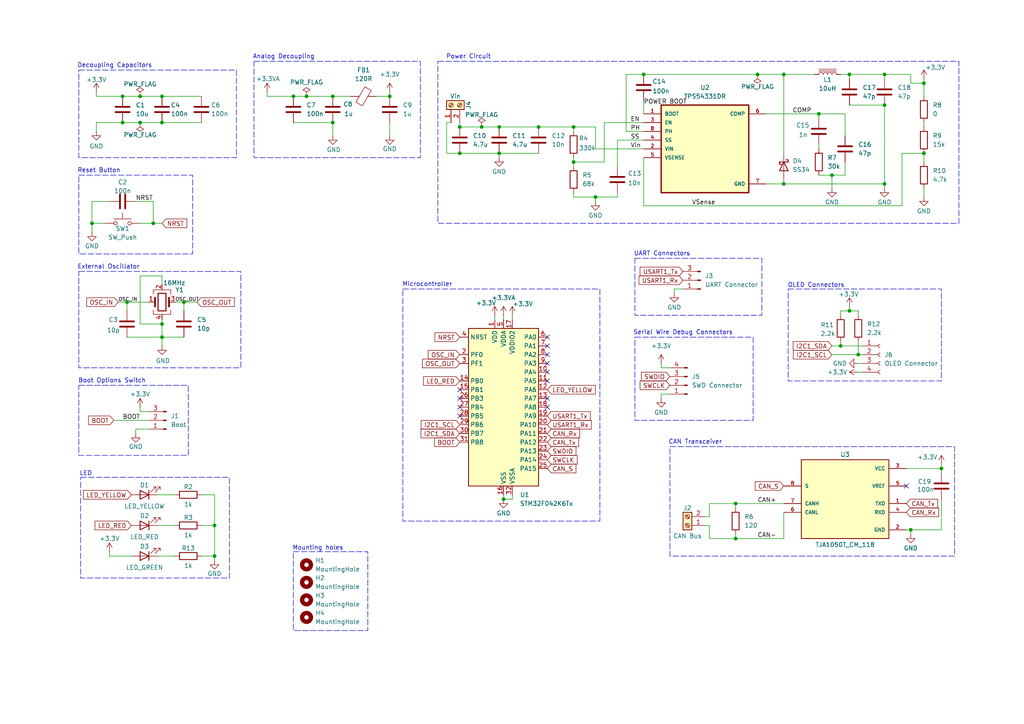
<source format=kicad_sch>
(kicad_sch (version 20231120) (generator "eeschema") (generator_version "8.0")
  (paper "A4")
  (title_block (title "Monitor Schematic") (date "10/30/2024") (company "Ho Chi Minh City University of Techonology"))
  (lib_symbols
    (symbol "Connector:Conn_01x03_Pin" (pin_names (offset 1.016) hide)
      (property "Reference" "J" (at 0 5.08 0))
      (property "Value" "Conn_01x03_Pin" (at 0 -5.08 0))
      (symbol "Conn_01x03_Pin_1_1"
        (pin passive line (at 5.08 2.54 180) (length 3.81) (name "Pin_1") (number "1"))
        (pin passive line (at 5.08 0 180) (length 3.81) (name "Pin_2") (number "2"))
        (pin passive line (at 5.08 -2.54 180) (length 3.81) (name "Pin_3") (number "3"))
      )
    )
    (symbol "Connector:Conn_01x04_Pin" (pin_names (offset 1.016) hide)
      (property "Reference" "J" (at 0 5.08 0))
      (property "Value" "Conn_01x04_Pin" (at 0 -7.62 0))
      (symbol "Conn_01x04_Pin_1_1"
        (pin passive line (at 5.08 2.54 180) (length 3.81) (name "Pin_1") (number "1"))
        (pin passive line (at 5.08 0 180) (length 3.81) (name "Pin_2") (number "2"))
        (pin passive line (at 5.08 -2.54 180) (length 3.81) (name "Pin_3") (number "3"))
        (pin passive line (at 5.08 -5.08 180) (length 3.81) (name "Pin_4") (number "4"))
      )
    )
    (symbol "Connector:Conn_01x04_Socket" (pin_names (offset 1.016) hide)
      (property "Reference" "J" (at 0 5.08 0))
      (property "Value" "Conn_01x04_Socket" (at 0 -7.62 0))
      (symbol "Conn_01x04_Socket_1_1"
        (pin passive line (at -5.08 2.54 0) (length 3.81) (name "Pin_1") (number "1"))
        (pin passive line (at -5.08 0 0) (length 3.81) (name "Pin_2") (number "2"))
        (pin passive line (at -5.08 -2.54 0) (length 3.81) (name "Pin_3") (number "3"))
        (pin passive line (at -5.08 -5.08 0) (length 3.81) (name "Pin_4") (number "4"))
      )
    )
    (symbol "Connector:Screw_Terminal_01x02" (pin_names (offset 1.016) hide)
      (property "Reference" "J" (at 0 2.54 0))
      (property "Value" "Screw_Terminal_01x02" (at 0 -5.08 0))
      (symbol "Screw_Terminal_01x02_1_1"
        (pin passive line (at -5.08 0 0) (length 3.81) (name "Pin_1") (number "1"))
        (pin passive line (at -5.08 -2.54 0) (length 3.81) (name "Pin_2") (number "2"))
      )
    )
    (symbol "Device:C" (pin_numbers hide) (pin_names (offset 0.254))
      (property "Reference" "C" (at 0.635 2.54 0))
      (property "Value" "C" (at 0.635 -2.54 0))
      (symbol "C_1_1"
        (pin passive line (at 0 3.81 270) (length 2.794) (name "~") (number "1"))
        (pin passive line (at 0 -3.81 90) (length 2.794) (name "~") (number "2"))
      )
    )
    (symbol "Device:Crystal_GND24" (pin_names (offset 1.016) hide)
      (property "Reference" "Y" (at 3.175 5.08 0))
      (property "Value" "Crystal_GND24" (at 3.175 3.175 0))
      (symbol "Crystal_GND24_1_1"
        (pin passive line (at -3.81 0 0) (length 1.27) (name "1") (number "1"))
        (pin passive line (at 0 5.08 270) (length 1.27) (name "2") (number "2"))
        (pin passive line (at 3.81 0 180) (length 1.27) (name "3") (number "3"))
        (pin passive line (at 0 -5.08 90) (length 1.27) (name "4") (number "4"))
      )
    )
    (symbol "Device:FerriteBead" (pin_numbers hide) (pin_names (offset 0))
      (property "Reference" "FB" (at -3.81 0.635 90))
      (property "Value" "FerriteBead" (at 3.81 0 90))
      (symbol "FerriteBead_1_1"
        (pin passive line (at 0 3.81 270) (length 2.54) (name "~") (number "1"))
        (pin passive line (at 0 -3.81 90) (length 2.54) (name "~") (number "2"))
      )
    )
    (symbol "Device:LED" (pin_numbers hide) (pin_names (offset 1.016) hide)
      (property "Reference" "D" (at 0 2.54 0))
      (property "Value" "LED" (at 0 -2.54 0))
      (symbol "LED_1_1"
        (pin passive line (at -3.81 0 0) (length 2.54) (name "K") (number "1"))
        (pin passive line (at 3.81 0 180) (length 2.54) (name "A") (number "2"))
      )
    )
    (symbol "Device:L_Iron" (pin_numbers hide) (pin_names (offset 1.016) hide)
      (property "Reference" "L" (at -1.27 0 90))
      (property "Value" "L_Iron" (at 2.794 0 90))
      (symbol "L_Iron_1_1"
        (pin passive line (at 0 3.81 270) (length 1.27) (name "1") (number "1"))
        (pin passive line (at 0 -3.81 90) (length 1.27) (name "2") (number "2"))
      )
    )
    (symbol "Device:R" (pin_numbers hide) (pin_names (offset 0))
      (property "Reference" "R" (at 2.032 0 90))
      (property "Value" "R" (at 0 0 90))
      (symbol "R_1_1"
        (pin passive line (at 0 3.81 270) (length 1.27) (name "~") (number "1"))
        (pin passive line (at 0 -3.81 90) (length 1.27) (name "~") (number "2"))
      )
    )
    (symbol "Diode:SS34" (pin_numbers hide) (pin_names (offset 1.016) hide)
      (property "Reference" "D" (at 0 2.54 0))
      (property "Value" "SS34" (at 0 -2.54 0))
      (symbol "SS34_1_1"
        (pin passive line (at -3.81 0 0) (length 2.54) (name "K") (number "1"))
        (pin passive line (at 3.81 0 180) (length 2.54) (name "A") (number "2"))
      )
    )
    (symbol "MCU_ST_STM32F0:STM32F042K6Tx"
      (property "Reference" "U" (at -10.16 24.13 0))
      (property "Value" "STM32F042K6Tx" (at 5.08 24.13 0))
      (symbol "STM32F042K6Tx_1_1"
        (pin power_in line (at -2.54 25.4 270) (length 2.54) (name "VDD") (number "1"))
        (pin bidirectional line (at 12.7 10.16 180) (length 2.54) (name "PA4") (number "10"))
        (pin bidirectional line (at 12.7 7.62 180) (length 2.54) (name "PA5") (number "11"))
        (pin bidirectional line (at 12.7 5.08 180) (length 2.54) (name "PA6") (number "12"))
        (pin bidirectional line (at 12.7 2.54 180) (length 2.54) (name "PA7") (number "13"))
        (pin bidirectional line (at -12.7 7.62 0) (length 2.54) (name "PB0") (number "14"))
        (pin bidirectional line (at -12.7 5.08 0) (length 2.54) (name "PB1") (number "15"))
        (pin power_in line (at 0 -25.4 90) (length 2.54) (name "VSS") (number "16"))
        (pin power_in line (at 2.54 25.4 270) (length 2.54) (name "VDDIO2") (number "17"))
        (pin bidirectional line (at 12.7 0 180) (length 2.54) (name "PA8") (number "18"))
        (pin bidirectional line (at 12.7 -2.54 180) (length 2.54) (name "PA9") (number "19"))
        (pin bidirectional line (at -12.7 15.24 0) (length 2.54) (name "PF0") (number "2"))
        (pin bidirectional line (at 12.7 -5.08 180) (length 2.54) (name "PA10") (number "20"))
        (pin bidirectional line (at 12.7 -7.62 180) (length 2.54) (name "PA11") (number "21"))
        (pin bidirectional line (at 12.7 -10.16 180) (length 2.54) (name "PA12") (number "22"))
        (pin bidirectional line (at 12.7 -12.7 180) (length 2.54) (name "PA13") (number "23"))
        (pin bidirectional line (at 12.7 -15.24 180) (length 2.54) (name "PA14") (number "24"))
        (pin bidirectional line (at 12.7 -17.78 180) (length 2.54) (name "PA15") (number "25"))
        (pin bidirectional line (at -12.7 2.54 0) (length 2.54) (name "PB3") (number "26"))
        (pin bidirectional line (at -12.7 0 0) (length 2.54) (name "PB4") (number "27"))
        (pin bidirectional line (at -12.7 -2.54 0) (length 2.54) (name "PB5") (number "28"))
        (pin bidirectional line (at -12.7 -5.08 0) (length 2.54) (name "PB6") (number "29"))
        (pin bidirectional line (at -12.7 12.7 0) (length 2.54) (name "PF1") (number "3"))
        (pin bidirectional line (at -12.7 -7.62 0) (length 2.54) (name "PB7") (number "30"))
        (pin bidirectional line (at -12.7 -10.16 0) (length 2.54) (name "PB8") (number "31"))
        (pin power_in line (at 2.54 -25.4 90) (length 2.54) (name "VSSA") (number "32"))
        (pin input line (at -12.7 20.32 0) (length 2.54) (name "NRST") (number "4"))
        (pin power_in line (at 0 25.4 270) (length 2.54) (name "VDDA") (number "5"))
        (pin bidirectional line (at 12.7 20.32 180) (length 2.54) (name "PA0") (number "6"))
        (pin bidirectional line (at 12.7 17.78 180) (length 2.54) (name "PA1") (number "7"))
        (pin bidirectional line (at 12.7 15.24 180) (length 2.54) (name "PA2") (number "8"))
        (pin bidirectional line (at 12.7 12.7 180) (length 2.54) (name "PA3") (number "9"))
      )
    )
    (symbol "Mechanical:MountingHole" (pin_names (offset 1.016)) (exclude_from_sim yes) (in_bom no)
      (property "Reference" "H" (at 0 5.08 0))
      (property "Value" "MountingHole" (at 0 3.175 0))
    )
    (symbol "Switch:SW_Push" (pin_numbers hide) (pin_names (offset 1.016) hide)
      (property "Reference" "SW" (at 1.27 2.54 0))
      (property "Value" "SW_Push" (at 0 -1.524 0))
      (symbol "SW_Push_0_1"
        (pin passive line (at -5.08 0 0) (length 2.54) (name "1") (number "1"))
        (pin passive line (at 5.08 0 180) (length 2.54) (name "2") (number "2"))
      )
    )
    (symbol "TJA1050T_CM_118:TJA1050T_CM_118" (pin_names (offset 1.016))
      (property "Reference" "U" (at -12.7 11.049 0))
      (property "Value" "TJA1050T_CM_118" (at -12.7 -15.24 0))
      (symbol "TJA1050T_CM_118_0_0"
        (pin input line (at 17.78 -2.54 180) (length 5.08) (name "TXD") (number "1"))
        (pin power_in line (at 17.78 -10.16 180) (length 5.08) (name "GND") (number "2"))
        (pin power_in line (at 17.78 7.62 180) (length 5.08) (name "VCC") (number "3"))
        (pin output line (at 17.78 -5.08 180) (length 5.08) (name "RXD") (number "4"))
        (pin output line (at 17.78 2.54 180) (length 5.08) (name "VREF") (number "5"))
        (pin bidirectional line (at -17.78 -5.08 0) (length 5.08) (name "CANL") (number "6"))
        (pin bidirectional line (at -17.78 -2.54 0) (length 5.08) (name "CANH") (number "7"))
        (pin input line (at -17.78 2.54 0) (length 5.08) (name "S") (number "8"))
      )
    )
    (symbol "TPS54331DR:TPS54331DR" (pin_names (offset 1.016))
      (property "Reference" "U" (at -12.7 13.7 0))
      (property "Value" "TPS54331DR" (at -12.7 -16.7 0))
      (symbol "TPS54331DR_0_0"
        (pin input line (at -17.78 10.16 0) (length 5.08) (name "BOOT") (number "1"))
        (pin input line (at -17.78 0 0) (length 5.08) (name "VIN") (number "2"))
        (pin input line (at -17.78 7.62 0) (length 5.08) (name "EN") (number "3"))
        (pin input line (at -17.78 2.54 0) (length 5.08) (name "SS") (number "4"))
        (pin input line (at -17.78 -2.54 0) (length 5.08) (name "VSENSE") (number "5"))
        (pin output line (at 17.78 10.16 180) (length 5.08) (name "COMP") (number "6"))
        (pin power_in line (at 17.78 -10.16 180) (length 5.08) (name "GND") (number "7"))
        (pin input line (at -17.78 5.08 0) (length 5.08) (name "PH") (number "8"))
      )
    )
    (symbol "power:+3.3V" (power) (pin_numbers hide) (pin_names (offset 0) hide)
      (property "Value" "+3.3V" (at 0 3.556 0))
      (symbol "+3.3V_1_1"
        (pin power_in line (at 0 0 90) (length 0) (name "~") (number "1"))
      )
    )
    (symbol "power:+3.3VA" (power) (pin_numbers hide) (pin_names (offset 0) hide)
      (property "Value" "+3.3VA" (at 0 3.556 0))
      (symbol "+3.3VA_1_1"
        (pin power_in line (at 0 0 90) (length 0) (name "~") (number "1"))
      )
    )
    (symbol "power:GND" (power) (pin_numbers hide) (pin_names (offset 0) hide)
      (property "Value" "GND" (at 0 -3.81 0))
      (symbol "GND_1_1"
        (pin power_in line (at 0 0 270) (length 0) (name "~") (number "1"))
      )
    )
    (symbol "power:PWR_FLAG" (power) (pin_numbers hide) (pin_names (offset 0) hide)
      (property "Value" "PWR_FLAG" (at 0 3.81 0))
      (symbol "PWR_FLAG_0_0"
        (pin power_out line (at 0 0 90) (length 0) (name "~") (number "1"))
      )
    )
  )
  (junction (at 256.54 53.34))
  (junction (at 46.99 35.56))
  (junction (at 219.71 21.59))
  (junction (at 256.54 30.48))
  (junction (at 248.92 102.87))
  (junction (at 96.52 27.94))
  (junction (at 267.97 44.45))
  (junction (at 40.64 35.56))
  (junction (at 156.21 36.83))
  (junction (at 36.83 87.63))
  (junction (at 246.38 21.59))
  (junction (at 267.97 24.13))
  (junction (at 26.67 64.77))
  (junction (at 227.33 53.34))
  (junction (at 237.49 33.02))
  (junction (at 133.35 44.45))
  (junction (at 256.54 21.59))
  (junction (at 213.36 156.21))
  (junction (at 46.99 97.79))
  (junction (at 146.05 144.78))
  (junction (at 62.23 152.4))
  (junction (at 46.99 27.94))
  (junction (at 35.56 35.56))
  (junction (at 241.3 50.8))
  (junction (at 96.52 35.56))
  (junction (at 46.99 93.98))
  (junction (at 144.78 44.45))
  (junction (at 53.34 87.63))
  (junction (at 166.37 46.99))
  (junction (at 186.69 21.59))
  (junction (at 113.03 27.94))
  (junction (at 88.9 27.94))
  (junction (at 172.72 57.15))
  (junction (at 44.45 64.77))
  (junction (at 133.35 36.83))
  (junction (at 264.16 153.67))
  (junction (at 243.84 100.33))
  (junction (at 227.33 21.59))
  (junction (at 166.37 36.83))
  (junction (at 246.38 90.17))
  (junction (at 85.09 27.94))
  (junction (at 35.56 27.94))
  (junction (at 273.05 135.89))
  (junction (at 213.36 146.05))
  (junction (at 139.7 36.83))
  (junction (at 62.23 161.29))
  (junction (at 40.64 27.94))
  (junction (at 144.78 36.83))
  (no_connect (at 158.75 102.87))
  (no_connect (at 158.75 105.41))
  (no_connect (at 133.35 120.65))
  (no_connect (at 158.75 110.49))
  (no_connect (at 262.89 140.97))
  (no_connect (at 158.75 97.79))
  (no_connect (at 133.35 113.03))
  (no_connect (at 158.75 118.11))
  (no_connect (at 158.75 115.57))
  (no_connect (at 133.35 118.11))
  (no_connect (at 158.75 107.95))
  (no_connect (at 133.35 115.57))
  (no_connect (at 158.75 100.33))
  (wire (pts (xy 58.42 161.29) (xy 62.23 161.29)))
  (wire (pts (xy 246.38 88.9) (xy 246.38 90.17)))
  (wire (pts (xy 77.47 27.94) (xy 85.09 27.94)))
  (wire (pts (xy 45.72 143.51) (xy 50.8 143.51)))
  (wire (pts (xy 267.97 22.86) (xy 267.97 24.13)))
  (wire (pts (xy 227.33 53.34) (xy 256.54 53.34)))
  (wire (pts (xy 46.99 97.79) (xy 46.99 100.33)))
  (wire (pts (xy 205.74 146.05) (xy 213.36 146.05)))
  (wire (pts (xy 256.54 21.59) (xy 264.16 21.59)))
  (wire (pts (xy 250.19 102.87) (xy 248.92 102.87)))
  (wire (pts (xy 186.69 21.59) (xy 219.71 21.59)))
  (wire (pts (xy 256.54 53.34) (xy 256.54 54.61)))
  (wire (pts (xy 62.23 143.51) (xy 62.23 152.4)))
  (wire (pts (xy 39.37 124.46) (xy 39.37 125.73)))
  (wire (pts (xy 248.92 107.95) (xy 250.19 107.95)))
  (wire (pts (xy 31.75 160.02) (xy 31.75 161.29)))
  (wire (pts (xy 256.54 30.48) (xy 256.54 53.34)))
  (wire (pts (xy 53.34 87.63) (xy 57.15 87.63)))
  (wire (pts (xy 245.11 33.02) (xy 245.11 39.37)))
  (wire (pts (xy 144.78 44.45) (xy 144.78 45.72)))
  (wire (pts (xy 273.05 135.89) (xy 273.05 137.16)))
  (wire (pts (xy 85.09 35.56) (xy 96.52 35.56)))
  (wire (pts (xy 243.84 21.59) (xy 246.38 21.59)))
  (wire (pts (xy 273.05 153.67) (xy 264.16 153.67)))
  (wire (pts (xy 219.71 21.59) (xy 227.33 21.59)))
  (wire (pts (xy 246.38 30.48) (xy 256.54 30.48)))
  (wire (pts (xy 46.99 35.56) (xy 58.42 35.56)))
  (wire (pts (xy 248.92 99.06) (xy 248.92 102.87)))
  (wire (pts (xy 53.34 87.63) (xy 53.34 90.17)))
  (wire (pts (xy 205.74 149.86) (xy 204.47 149.86)))
  (wire (pts (xy 241.3 50.8) (xy 241.3 54.61)))
  (wire (pts (xy 146.05 143.51) (xy 146.05 144.78)))
  (wire (pts (xy 245.11 50.8) (xy 241.3 50.8)))
  (wire (pts (xy 243.84 90.17) (xy 243.84 91.44)))
  (wire (pts (xy 139.7 36.83) (xy 144.78 36.83)))
  (wire (pts (xy 113.03 26.67) (xy 113.03 27.94)))
  (wire (pts (xy 133.35 35.56) (xy 133.35 36.83)))
  (wire (pts (xy 172.72 36.83) (xy 166.37 36.83)))
  (wire (pts (xy 36.83 97.79) (xy 46.99 97.79)))
  (wire (pts (xy 227.33 148.59) (xy 227.33 156.21)))
  (wire (pts (xy 191.77 106.68) (xy 194.31 106.68)))
  (wire (pts (xy 227.33 21.59) (xy 227.33 44.45)))
  (wire (pts (xy 62.23 161.29) (xy 62.23 162.56)))
  (wire (pts (xy 213.36 156.21) (xy 213.36 154.94)))
  (wire (pts (xy 27.94 26.67) (xy 27.94 27.94)))
  (wire (pts (xy 237.49 34.29) (xy 237.49 33.02)))
  (wire (pts (xy 143.51 91.44) (xy 143.51 92.71)))
  (wire (pts (xy 213.36 156.21) (xy 227.33 156.21)))
  (wire (pts (xy 256.54 22.86) (xy 256.54 21.59)))
  (wire (pts (xy 246.38 21.59) (xy 246.38 22.86)))
  (wire (pts (xy 186.69 35.56) (xy 175.26 35.56)))
  (wire (pts (xy 267.97 24.13) (xy 267.97 27.94)))
  (wire (pts (xy 166.37 38.1) (xy 166.37 36.83)))
  (wire (pts (xy 27.94 38.1) (xy 27.94 35.56)))
  (wire (pts (xy 172.72 57.15) (xy 172.72 58.42)))
  (wire (pts (xy 45.72 161.29) (xy 50.8 161.29)))
  (wire (pts (xy 45.72 152.4) (xy 50.8 152.4)))
  (wire (pts (xy 144.78 44.45) (xy 156.21 44.45)))
  (wire (pts (xy 181.61 38.1) (xy 181.61 21.59)))
  (wire (pts (xy 213.36 147.32) (xy 213.36 146.05)))
  (wire (pts (xy 62.23 152.4) (xy 62.23 161.29)))
  (wire (pts (xy 246.38 21.59) (xy 256.54 21.59)))
  (wire (pts (xy 27.94 27.94) (xy 35.56 27.94)))
  (wire (pts (xy 58.42 143.51) (xy 62.23 143.51)))
  (wire (pts (xy 172.72 57.15) (xy 179.07 57.15)))
  (wire (pts (xy 148.59 143.51) (xy 148.59 144.78)))
  (wire (pts (xy 267.97 44.45) (xy 267.97 46.99)))
  (wire (pts (xy 186.69 29.21) (xy 186.69 33.02)))
  (wire (pts (xy 40.64 64.77) (xy 44.45 64.77)))
  (wire (pts (xy 181.61 21.59) (xy 186.69 21.59)))
  (wire (pts (xy 166.37 46.99) (xy 166.37 48.26)))
  (wire (pts (xy 40.64 80.01) (xy 40.64 93.98)))
  (wire (pts (xy 46.99 93.98) (xy 46.99 92.71)))
  (wire (pts (xy 44.45 64.77) (xy 46.99 64.77)))
  (wire (pts (xy 264.16 24.13) (xy 267.97 24.13)))
  (wire (pts (xy 166.37 45.72) (xy 166.37 46.99)))
  (wire (pts (xy 166.37 57.15) (xy 172.72 57.15)))
  (wire (pts (xy 243.84 90.17) (xy 246.38 90.17)))
  (wire (pts (xy 27.94 35.56) (xy 35.56 35.56)))
  (wire (pts (xy 179.07 57.15) (xy 179.07 55.88)))
  (wire (pts (xy 186.69 59.69) (xy 261.62 59.69)))
  (wire (pts (xy 46.99 27.94) (xy 58.42 27.94)))
  (wire (pts (xy 46.99 80.01) (xy 40.64 80.01)))
  (wire (pts (xy 205.74 152.4) (xy 204.47 152.4)))
  (wire (pts (xy 273.05 134.62) (xy 273.05 135.89)))
  (wire (pts (xy 194.31 114.3) (xy 191.77 114.3)))
  (wire (pts (xy 44.45 58.42) (xy 44.45 64.77)))
  (wire (pts (xy 96.52 35.56) (xy 96.52 39.37)))
  (wire (pts (xy 175.26 35.56) (xy 175.26 46.99)))
  (wire (pts (xy 172.72 43.18) (xy 172.72 36.83)))
  (wire (pts (xy 31.75 58.42) (xy 26.67 58.42)))
  (wire (pts (xy 166.37 46.99) (xy 175.26 46.99)))
  (wire (pts (xy 40.64 119.38) (xy 43.18 119.38)))
  (wire (pts (xy 227.33 53.34) (xy 227.33 52.07)))
  (wire (pts (xy 96.52 27.94) (xy 101.6 27.94)))
  (wire (pts (xy 273.05 144.78) (xy 273.05 153.67)))
  (wire (pts (xy 113.03 35.56) (xy 113.03 39.37)))
  (wire (pts (xy 26.67 64.77) (xy 26.67 67.31)))
  (wire (pts (xy 245.11 46.99) (xy 245.11 50.8)))
  (wire (pts (xy 77.47 26.67) (xy 77.47 27.94)))
  (wire (pts (xy 248.92 90.17) (xy 248.92 91.44)))
  (wire (pts (xy 205.74 149.86) (xy 205.74 146.05)))
  (wire (pts (xy 262.89 135.89) (xy 273.05 135.89)))
  (wire (pts (xy 179.07 40.64) (xy 186.69 40.64)))
  (wire (pts (xy 205.74 152.4) (xy 205.74 156.21)))
  (wire (pts (xy 133.35 36.83) (xy 139.7 36.83)))
  (wire (pts (xy 186.69 43.18) (xy 172.72 43.18)))
  (wire (pts (xy 109.22 27.94) (xy 113.03 27.94)))
  (wire (pts (xy 146.05 91.44) (xy 146.05 92.71)))
  (wire (pts (xy 222.25 33.02) (xy 237.49 33.02)))
  (wire (pts (xy 148.59 144.78) (xy 146.05 144.78)))
  (wire (pts (xy 40.64 93.98) (xy 46.99 93.98)))
  (wire (pts (xy 33.02 121.92) (xy 43.18 121.92)))
  (wire (pts (xy 205.74 156.21) (xy 213.36 156.21)))
  (wire (pts (xy 198.12 83.82) (xy 195.58 83.82)))
  (wire (pts (xy 133.35 44.45) (xy 144.78 44.45)))
  (wire (pts (xy 179.07 40.64) (xy 179.07 48.26)))
  (wire (pts (xy 46.99 82.55) (xy 46.99 80.01)))
  (wire (pts (xy 261.62 59.69) (xy 261.62 44.45)))
  (wire (pts (xy 267.97 54.61) (xy 267.97 57.15)))
  (wire (pts (xy 250.19 100.33) (xy 243.84 100.33)))
  (wire (pts (xy 26.67 58.42) (xy 26.67 64.77)))
  (wire (pts (xy 191.77 114.3) (xy 191.77 115.57)))
  (wire (pts (xy 243.84 99.06) (xy 243.84 100.33)))
  (wire (pts (xy 35.56 27.94) (xy 40.64 27.94)))
  (wire (pts (xy 129.54 35.56) (xy 129.54 44.45)))
  (wire (pts (xy 237.49 33.02) (xy 245.11 33.02)))
  (wire (pts (xy 191.77 105.41) (xy 191.77 106.68)))
  (wire (pts (xy 50.8 87.63) (xy 53.34 87.63)))
  (wire (pts (xy 36.83 87.63) (xy 36.83 90.17)))
  (wire (pts (xy 40.64 118.11) (xy 40.64 119.38)))
  (wire (pts (xy 264.16 21.59) (xy 264.16 24.13)))
  (wire (pts (xy 241.3 50.8) (xy 237.49 50.8)))
  (wire (pts (xy 46.99 93.98) (xy 46.99 97.79)))
  (wire (pts (xy 181.61 38.1) (xy 186.69 38.1)))
  (wire (pts (xy 31.75 161.29) (xy 38.1 161.29)))
  (wire (pts (xy 35.56 35.56) (xy 40.64 35.56)))
  (wire (pts (xy 243.84 100.33) (xy 241.3 100.33)))
  (wire (pts (xy 88.9 27.94) (xy 96.52 27.94)))
  (wire (pts (xy 36.83 87.63) (xy 43.18 87.63)))
  (wire (pts (xy 213.36 146.05) (xy 227.33 146.05)))
  (wire (pts (xy 156.21 36.83) (xy 166.37 36.83)))
  (wire (pts (xy 144.78 36.83) (xy 156.21 36.83)))
  (wire (pts (xy 43.18 124.46) (xy 39.37 124.46)))
  (wire (pts (xy 40.64 35.56) (xy 46.99 35.56)))
  (wire (pts (xy 261.62 44.45) (xy 267.97 44.45)))
  (wire (pts (xy 186.69 45.72) (xy 186.69 59.69)))
  (wire (pts (xy 246.38 90.17) (xy 248.92 90.17)))
  (wire (pts (xy 40.64 27.94) (xy 46.99 27.94)))
  (wire (pts (xy 148.59 91.44) (xy 148.59 92.71)))
  (wire (pts (xy 129.54 44.45) (xy 133.35 44.45)))
  (wire (pts (xy 46.99 97.79) (xy 53.34 97.79)))
  (wire (pts (xy 39.37 58.42) (xy 44.45 58.42)))
  (wire (pts (xy 237.49 41.91) (xy 237.49 43.18)))
  (wire (pts (xy 30.48 64.77) (xy 26.67 64.77)))
  (wire (pts (xy 264.16 153.67) (xy 264.16 154.94)))
  (wire (pts (xy 130.81 35.56) (xy 129.54 35.56)))
  (wire (pts (xy 58.42 152.4) (xy 62.23 152.4)))
  (wire (pts (xy 267.97 35.56) (xy 267.97 36.83)))
  (wire (pts (xy 227.33 21.59) (xy 236.22 21.59)))
  (wire (pts (xy 222.25 53.34) (xy 227.33 53.34)))
  (wire (pts (xy 248.92 102.87) (xy 241.3 102.87)))
  (wire (pts (xy 262.89 153.67) (xy 264.16 153.67)))
  (wire (pts (xy 85.09 27.94) (xy 88.9 27.94)))
  (wire (pts (xy 166.37 57.15) (xy 166.37 55.88)))
  (wire (pts (xy 34.29 87.63) (xy 36.83 87.63)))
  (wire (pts (xy 195.58 83.82) (xy 195.58 85.09)))
  (wire (pts (xy 248.92 105.41) (xy 250.19 105.41)))
  (rectangle (start 22.86 111.76) (end 54.61 132.08) (stroke (width 0) (type dash)))
  (rectangle (start 116.84 83.82) (end 173.99 151.13) (stroke (width 0) (type dash)))
  (rectangle (start 22.86 78.74) (end 69.85 106.68) (stroke (width 0) (type dash)))
  (rectangle (start 85.09 160.02) (end 106.68 182.88) (stroke (width 0) (type dash)))
  (rectangle (start 184.15 74.93) (end 220.98 91.44) (stroke (width 0) (type dash)))
  (rectangle (start 22.86 20.32) (end 68.58 45.72) (stroke (width 0) (type dash)))
  (rectangle (start 23.368 138.43) (end 66.548 167.64) (stroke (width 0) (type dash)))
  (rectangle (start 127 17.78) (end 278.13 64.77) (stroke (width 0) (type dash)))
  (rectangle (start 73.66 17.78) (end 121.92 45.72) (stroke (width 0) (type dash)))
  (rectangle (start 184.15 97.79) (end 218.44 121.92) (stroke (width 0) (type dash)))
  (rectangle (start 228.6 83.82) (end 273.05 110.49) (stroke (width 0) (type dash)))
  (rectangle (start 194.31 129.54) (end 276.86 161.29) (stroke (width 0) (type dash)))
  (rectangle (start 22.86 50.8) (end 55.88 73.66) (stroke (width 0) (type dash)))
  (text "Serial Wire Debug Connectors" (at 198.12 96.52 0) (effects (font (size 1.27 1.27))))
  (text "Mounting holes" (at 92.202 159.004 0) (effects (font (size 1.27 1.27))))
  (text "CAN Transceiver" (at 201.676 128.27 0) (effects (font (size 1.27 1.27))))
  (text "Decoupling Capacitors" (at 33.274 19.05 0) (effects (font (size 1.27 1.27))))
  (text "UART Connectors" (at 192.024 73.66 0) (effects (font (size 1.27 1.27))))
  (text "Microcontroller" (at 123.952 82.55 0) (effects (font (size 1.27 1.27))))
  (text "Boot Options Switch" (at 32.512 110.49 0) (effects (font (size 1.27 1.27))))
  (text "Power Circuit" (at 135.89 16.51 0) (effects (font (size 1.27 1.27))))
  (text "External Oscillator" (at 31.496 77.47 0) (effects (font (size 1.27 1.27))))
  (text "Reset Button" (at 28.702 49.53 0) (effects (font (size 1.27 1.27))))
  (text "OLED Connectors" (at 236.728 82.804 0) (effects (font (size 1.27 1.27))))
  (text "LED" (at 24.892 137.414 0) (effects (font (size 1.27 1.27))))
  (text "Analog Decoupling" (at 82.296 16.51 0) (effects (font (size 1.27 1.27))))
  (label "VSense" (at 200.66 59.69 0))
  (label "NRST" (at 39.37 58.42 0))
  (label "CAN+" (at 219.71 146.05 0))
  (label "BOOT" (at 40.64 121.92 180))
  (label "POWER BOOT" (at 186.69 30.48 0))
  (label "CAN-" (at 219.71 156.21 0))
  (label "EN" (at 182.88 35.56 0))
  (label "COMP" (at 229.87 33.02 0))
  (label "PH" (at 182.88 38.1 0))
  (label "OSC_IN" (at 34.29 87.63 0) (effects (font (size 1.016 1.016))))
  (label "Vin" (at 182.88 43.18 0))
  (label "OSC_OUT" (at 50.8 87.63 0) (effects (font (size 1.016 1.016))))
  (label "SS" (at 182.88 40.64 0))
  (global_label "SWCLK" (shape input) (at 158.75 133.35 0) (property "Intersheetrefs" "${INTERSHEET_REFS}" (effects (hide yes))))
  (global_label "I2C1_SCL" (shape input) (at 133.35 123.19 180) (property "Intersheetrefs" "${INTERSHEET_REFS}" (effects (hide yes))))
  (global_label "LED_YELLOW" (shape input) (at 38.1 143.51 180) (property "Intersheetrefs" "${INTERSHEET_REFS}" (effects (hide yes))))
  (global_label "OSC_OUT" (shape input) (at 57.15 87.63 0) (property "Intersheetrefs" "${INTERSHEET_REFS}" (effects (hide yes))))
  (global_label "LED_RED" (shape input) (at 38.1 152.4 180) (property "Intersheetrefs" "${INTERSHEET_REFS}" (effects (hide yes))))
  (global_label "BOOT" (shape input) (at 33.02 121.92 180) (property "Intersheetrefs" "${INTERSHEET_REFS}" (effects (hide yes))))
  (global_label "NRST" (shape input) (at 46.99 64.77 0) (property "Intersheetrefs" "${INTERSHEET_REFS}" (effects (hide yes))))
  (global_label "LED_RED" (shape input) (at 133.35 110.49 180) (property "Intersheetrefs" "${INTERSHEET_REFS}" (effects (hide yes))))
  (global_label "I2C1_SDA" (shape input) (at 241.3 100.33 180) (property "Intersheetrefs" "${INTERSHEET_REFS}" (effects (hide yes))))
  (global_label "SWDIO" (shape input) (at 158.75 130.81 0) (property "Intersheetrefs" "${INTERSHEET_REFS}" (effects (hide yes))))
  (global_label "CAN_Rx" (shape input) (at 158.75 125.73 0) (property "Intersheetrefs" "${INTERSHEET_REFS}" (effects (hide yes))))
  (global_label "OSC_IN" (shape input) (at 34.29 87.63 180) (property "Intersheetrefs" "${INTERSHEET_REFS}" (effects (hide yes))))
  (global_label "CAN_Tx" (shape input) (at 158.75 128.27 0) (property "Intersheetrefs" "${INTERSHEET_REFS}" (effects (hide yes))))
  (global_label "CAN_Rx" (shape input) (at 262.89 148.59 0) (property "Intersheetrefs" "${INTERSHEET_REFS}" (effects (hide yes))))
  (global_label "SWCLK" (shape input) (at 194.31 111.76 180) (property "Intersheetrefs" "${INTERSHEET_REFS}" (effects (hide yes))))
  (global_label "BOOT" (shape input) (at 133.35 128.27 180) (property "Intersheetrefs" "${INTERSHEET_REFS}" (effects (hide yes))))
  (global_label "USART1_Tx" (shape input) (at 198.12 78.74 180) (property "Intersheetrefs" "${INTERSHEET_REFS}" (effects (hide yes))))
  (global_label "CAN_Tx" (shape input) (at 262.89 146.05 0) (property "Intersheetrefs" "${INTERSHEET_REFS}" (effects (hide yes))))
  (global_label "I2C1_SDA" (shape input) (at 133.35 125.73 180) (property "Intersheetrefs" "${INTERSHEET_REFS}" (effects (hide yes))))
  (global_label "USART1_Rx" (shape input) (at 158.75 123.19 0) (property "Intersheetrefs" "${INTERSHEET_REFS}" (effects (hide yes))))
  (global_label "I2C1_SCL" (shape input) (at 241.3 102.87 180) (property "Intersheetrefs" "${INTERSHEET_REFS}" (effects (hide yes))))
  (global_label "OSC_IN" (shape input) (at 133.35 102.87 180) (property "Intersheetrefs" "${INTERSHEET_REFS}" (effects (hide yes))))
  (global_label "USART1_Rx" (shape input) (at 198.12 81.28 180) (property "Intersheetrefs" "${INTERSHEET_REFS}" (effects (hide yes))))
  (global_label "OSC_OUT" (shape input) (at 133.35 105.41 180) (property "Intersheetrefs" "${INTERSHEET_REFS}" (effects (hide yes))))
  (global_label "USART1_Tx" (shape input) (at 158.75 120.65 0) (property "Intersheetrefs" "${INTERSHEET_REFS}" (effects (hide yes))))
  (global_label "CAN_S" (shape input) (at 158.75 135.89 0) (property "Intersheetrefs" "${INTERSHEET_REFS}" (effects (hide yes))))
  (global_label "NRST" (shape input) (at 133.35 97.79 180) (property "Intersheetrefs" "${INTERSHEET_REFS}" (effects (hide yes))))
  (global_label "CAN_S" (shape input) (at 227.33 140.97 180) (property "Intersheetrefs" "${INTERSHEET_REFS}" (effects (hide yes))))
  (global_label "SWDIO" (shape input) (at 194.31 109.22 180) (property "Intersheetrefs" "${INTERSHEET_REFS}" (effects (hide yes))))
  (global_label "LED_YELLOW" (shape input) (at 158.75 113.03 0) (property "Intersheetrefs" "${INTERSHEET_REFS}" (effects (hide yes))))
  (symbol (lib_id "Device:R") (at 267.97 50.8 0) (unit 1)
    (property "Reference" "R10" (at 270.51 49.5299 0) (effects (justify left)))
    (property "Value" "4.7k" (at 270.51 52.0699 0) (effects (justify left)))
    (property "Footprint" "Resistor_SMD:R_0402_1005Metric" (effects (hide yes)))
    (property "Description" "Resistor" (effects (hide yes)))
  )
  (symbol (lib_id "power:GND") (at 39.37 125.73 0) (unit 1)
    (property "Reference" "#PWR05" (effects (hide yes)))
    (property "Value" "GND" (at 39.37 129.54 0))
    (property "Description" "Power symbol creates a global label with name \"GND\" , ground" (effects (hide yes)))
  )
  (symbol (lib_id "Device:C") (at 245.11 43.18 0) (unit 1)
    (property "Reference" "C16" (at 248.92 41.9099 0) (effects (justify left)))
    (property "Value" "47p" (at 248.92 44.4499 0) (effects (justify left)))
    (property "Footprint" "Capacitor_SMD:C_0402_1005Metric" (effects (hide yes)))
    (property "Description" "Unpolarized capacitor" (effects (hide yes)))
  )
  (symbol (lib_id "Device:L_Iron") (at 240.03 21.59 90) (unit 1)
    (property "Reference" "L1" (at 240.03 23.114 90))
    (property "Value" "10uH" (at 240.03 25.654 90))
    (property "Footprint" "Inductor_SMD:L_Sunlord_SWPA8040S" (effects (hide yes)))
    (property "Description" "Inductor with iron core" (effects (hide yes)))
  )
  (symbol (lib_id "power:GND") (at 26.67 67.31 0) (unit 1)
    (property "Reference" "#PWR01" (effects (hide yes)))
    (property "Value" "GND" (at 26.67 71.374 0))
    (property "Description" "Power symbol creates a global label with name \"GND\" , ground" (effects (hide yes)))
  )
  (symbol (lib_id "power:PWR_FLAG") (at 139.7 36.83 0) (unit 1)
    (property "Reference" "#FLG04" (effects (hide yes)))
    (property "Value" "PWR_FLAG" (at 139.7 33.274 0))
    (property "Description" "Special symbol for telling ERC where power comes from" (effects (hide yes)))
  )
  (symbol (lib_id "Device:C") (at 186.69 25.4 180) (unit 1)
    (property "Reference" "C14" (at 189.23 23.622 0) (effects (justify right)))
    (property "Value" "100n" (at 189.23 26.416 0) (effects (justify right)))
    (property "Footprint" "Capacitor_SMD:C_0402_1005Metric" (effects (hide yes)))
    (property "Description" "Unpolarized capacitor" (effects (hide yes)))
  )
  (symbol (lib_id "power:PWR_FLAG") (at 88.9 27.94 0) (unit 1)
    (property "Reference" "#FLG03" (effects (hide yes)))
    (property "Value" "PWR_FLAG" (at 88.9 23.876 0))
    (property "Description" "Special symbol for telling ERC where power comes from" (effects (hide yes)))
  )
  (symbol (lib_id "Device:C") (at 35.56 58.42 90) (unit 1)
    (property "Reference" "C2" (at 35.56 52.832 90))
    (property "Value" "100n" (at 35.56 55.372 90))
    (property "Footprint" "Capacitor_SMD:C_0402_1005Metric" (effects (hide yes)))
    (property "Description" "Unpolarized capacitor" (effects (hide yes)))
  )
  (symbol (lib_id "Device:C") (at 96.52 31.75 0) (unit 1)
    (property "Reference" "C8" (at 99.568 30.226 0) (effects (justify left)))
    (property "Value" "1u" (at 99.822 33.02 0) (effects (justify left)))
    (property "Footprint" "Capacitor_SMD:C_0402_1005Metric" (effects (hide yes)))
    (property "Description" "Unpolarized capacitor" (effects (hide yes)))
  )
  (symbol (lib_id "Switch:SW_Push") (at 35.56 64.77 0) (unit 1)
    (property "Reference" "SW1" (at 35.56 66.294 0))
    (property "Value" "SW_Push" (at 35.56 68.834 0))
    (property "Footprint" "Button_Switch_SMD:SW_SPST_TL3342" (effects (hide yes)))
    (property "Description" "Push button switch, generic, two pins" (effects (hide yes)))
  )
  (symbol (lib_id "Device:C") (at 85.09 31.75 0) (unit 1)
    (property "Reference" "C7" (at 88.9 30.4799 0) (effects (justify left)))
    (property "Value" "100n" (at 88.9 33.0199 0) (effects (justify left)))
    (property "Footprint" "Capacitor_SMD:C_0402_1005Metric" (effects (hide yes)))
    (property "Description" "Unpolarized capacitor" (effects (hide yes)))
  )
  (symbol (lib_id "Device:C") (at 237.49 38.1 0) (unit 1)
    (property "Reference" "C15" (at 230.886 36.322 0) (effects (justify left)))
    (property "Value" "1n" (at 231.648 39.116 0) (effects (justify left)))
    (property "Footprint" "Capacitor_SMD:C_0402_1005Metric" (effects (hide yes)))
    (property "Description" "Unpolarized capacitor" (effects (hide yes)))
  )
  (symbol (lib_id "Device:C") (at 144.78 40.64 0) (unit 1)
    (property "Reference" "C11" (at 148.59 39.3699 0) (effects (justify left)))
    (property "Value" "4.7u" (at 148.59 41.9099 0) (effects (justify left)))
    (property "Footprint" "Capacitor_SMD:C_0603_1608Metric" (effects (hide yes)))
    (property "Description" "Unpolarized capacitor" (effects (hide yes)))
  )
  (symbol (lib_id "Device:C") (at 113.03 31.75 0) (unit 1)
    (property "Reference" "C9" (at 116.84 30.4799 0) (effects (justify left)))
    (property "Value" "1u" (at 116.84 33.0199 0) (effects (justify left)))
    (property "Footprint" "Capacitor_SMD:C_0402_1005Metric" (effects (hide yes)))
    (property "Description" "Unpolarized capacitor" (effects (hide yes)))
  )
  (symbol (lib_id "Device:R") (at 267.97 31.75 0) (unit 1)
    (property "Reference" "R8" (at 270.51 30.4799 0) (effects (justify left)))
    (property "Value" "0" (at 270.51 33.0199 0) (effects (justify left)))
    (property "Footprint" "Resistor_SMD:R_0402_1005Metric" (effects (hide yes)))
    (property "Description" "Resistor" (effects (hide yes)))
  )
  (symbol (lib_id "Connector:Conn_01x03_Pin") (at 203.2 81.28 180) (unit 1)
    (property "Reference" "J3" (at 204.47 80.0099 0) (effects (justify right)))
    (property "Value" "UART Connector" (at 204.47 82.5499 0) (effects (justify right)))
    (property "Footprint" "Connector_PinHeader_2.54mm:PinHeader_1x03_P2.54mm_Vertical" (effects (hide yes)))
    (property "Description" "Generic connector, single row, 01x03, script generated" (effects (hide yes)))
  )
  (symbol (lib_id "Mechanical:MountingHole") (at 88.9 179.07 0) (unit 1) (exclude_from_sim yes) (in_bom no)
    (property "Reference" "H4" (at 91.44 177.7999 0) (effects (justify left)))
    (property "Value" "MountingHole" (at 91.44 180.3399 0) (effects (justify left)))
    (property "Footprint" "MountingHole:MountingHole_2.5mm" (effects (hide yes)))
    (property "Description" "Mounting Hole without connection" (effects (hide yes)))
  )
  (symbol (lib_id "Connector:Screw_Terminal_01x02") (at 199.39 152.4 180) (unit 1)
    (property "Reference" "J2" (at 199.39 147.32 0))
    (property "Value" "CAN Bus" (at 199.39 155.448 0))
    (property "Footprint" "TerminalBlock_Phoenix:TerminalBlock_Phoenix_MKDS-1,5-2-5.08_1x02_P5.08mm_Horizontal" (effects (hide yes)))
    (property "Description" "Generic screw terminal, single row, 01x02, script generated (kicad-library-utils/schlib/autogen/connector/)" (effects (hide yes)))
  )
  (symbol (lib_id "Diode:SS34") (at 227.33 48.26 270) (unit 1)
    (property "Reference" "D4" (at 229.87 46.6724 90) (effects (justify left)))
    (property "Value" "SS34" (at 229.87 49.2124 90) (effects (justify left)))
    (property "Footprint" "Diode_SMD:D_SMA" (effects (hide yes)))
    (property "Datasheet" "https://www.vishay.com/docs/88751/ss32.pdf" (effects (hide yes)))
    (property "Description" "40V 3A Schottky Diode, SMA" (effects (hide yes)))
  )
  (symbol (lib_id "Device:C") (at 256.54 26.67 0) (unit 1)
    (property "Reference" "C18" (at 260.35 25.3999 0) (effects (justify left)))
    (property "Value" "47p" (at 260.35 27.9399 0) (effects (justify left)))
    (property "Footprint" "Capacitor_SMD:C_0402_1005Metric" (effects (hide yes)))
    (property "Description" "Unpolarized capacitor" (effects (hide yes)))
  )
  (symbol (lib_id "Device:C") (at 46.99 31.75 0) (unit 1)
    (property "Reference" "C4" (at 49.53 30.48 0) (effects (justify left)))
    (property "Value" "100n" (at 49.53 33.02 0) (effects (justify left)))
    (property "Footprint" "Capacitor_SMD:C_0402_1005Metric" (effects (hide yes)))
    (property "Description" "Unpolarized capacitor" (effects (hide yes)))
  )
  (symbol (lib_id "Device:C") (at 179.07 52.07 0) (unit 1)
    (property "Reference" "C13" (at 182.118 50.292 0) (effects (justify left)))
    (property "Value" "10n" (at 182.118 53.086 0) (effects (justify left)))
    (property "Footprint" "Capacitor_SMD:C_0402_1005Metric" (effects (hide yes)))
    (property "Description" "Unpolarized capacitor" (effects (hide yes)))
  )
  (symbol (lib_id "Connector:Screw_Terminal_01x02") (at 130.81 30.48 90) (unit 1)
    (property "Reference" "J4" (at 135.89 30.48 0))
    (property "Value" "Vin" (at 132.08 27.94 90))
    (property "Footprint" "TerminalBlock_Phoenix:TerminalBlock_Phoenix_MKDS-1,5-2-5.08_1x02_P5.08mm_Horizontal" (effects (hide yes)))
    (property "Description" "Generic screw terminal, single row, 01x02, script generated (kicad-library-utils/schlib/autogen/connector/)" (effects (hide yes)))
  )
  (symbol (lib_id "Device:C") (at 58.42 31.75 0) (unit 1)
    (property "Reference" "C6" (at 61.214 30.48 0) (effects (justify left)))
    (property "Value" "100n" (at 61.214 33.02 0) (effects (justify left)))
    (property "Footprint" "Capacitor_SMD:C_0402_1005Metric" (effects (hide yes)))
    (property "Description" "Unpolarized capacitor" (effects (hide yes)))
  )
  (symbol (lib_id "power:+3.3V") (at 40.64 118.11 0) (unit 1)
    (property "Reference" "#PWR04" (effects (hide yes)))
    (property "Value" "+3.3V" (at 40.64 114.3 0))
    (property "Description" "Power symbol creates a global label with name \"+3.3V\"" (effects (hide yes)))
  )
  (symbol (lib_id "Device:R") (at 237.49 46.99 0) (unit 1)
    (property "Reference" "R7" (at 240.03 45.7199 0) (effects (justify left)))
    (property "Value" "30k" (at 240.03 48.2599 0) (effects (justify left)))
    (property "Footprint" "Resistor_SMD:R_0603_1608Metric" (effects (hide yes)))
    (property "Description" "Resistor" (effects (hide yes)))
  )
  (symbol (lib_id "power:GND") (at 241.3 54.61 0) (unit 1)
    (property "Reference" "#PWR024" (effects (hide yes)))
    (property "Value" "GND" (at 241.3 58.674 0))
    (property "Description" "Power symbol creates a global label with name \"GND\" , ground" (effects (hide yes)))
  )
  (symbol (lib_id "Device:FerriteBead") (at 105.41 27.94 270) (unit 1)
    (property "Reference" "FB1" (at 105.4608 20.32 90))
    (property "Value" "120R" (at 105.4608 22.86 90))
    (property "Footprint" "Inductor_SMD:L_0805_2012Metric" (effects (hide yes)))
    (property "Description" "Ferrite bead" (effects (hide yes)))
  )
  (symbol (lib_id "Device:C") (at 53.34 93.98 0) (unit 1)
    (property "Reference" "C5" (at 57.15 92.7099 0) (effects (justify left)))
    (property "Value" "10p" (at 57.15 95.2499 0) (effects (justify left)))
    (property "Footprint" "Capacitor_SMD:C_0402_1005Metric" (effects (hide yes)))
    (property "Description" "Unpolarized capacitor" (effects (hide yes)))
  )
  (symbol (lib_id "power:+3.3V") (at 191.77 105.41 0) (unit 1)
    (property "Reference" "#PWR019" (effects (hide yes)))
    (property "Value" "+3.3V" (at 191.77 100.33 0))
    (property "Description" "Power symbol creates a global label with name \"+3.3V\"" (effects (hide yes)))
  )
  (symbol (lib_id "power:+3.3V") (at 27.94 26.67 0) (unit 1)
    (property "Reference" "#PWR02" (effects (hide yes)))
    (property "Value" "+3.3V" (at 27.94 23.114 0))
    (property "Description" "Power symbol creates a global label with name \"+3.3V\"" (effects (hide yes)))
  )
  (symbol (lib_id "power:+3.3V") (at 267.97 22.86 0) (unit 1)
    (property "Reference" "#PWR027" (effects (hide yes)))
    (property "Value" "+3.3V" (at 271.272 19.558 0))
    (property "Description" "Power symbol creates a global label with name \"+3.3V\"" (effects (hide yes)))
  )
  (symbol (lib_id "power:+3.3V") (at 113.03 26.67 0) (unit 1)
    (property "Reference" "#PWR010" (effects (hide yes)))
    (property "Value" "+3.3V" (at 113.03 21.59 0))
    (property "Description" "Power symbol creates a global label with name \"+3.3V\"" (effects (hide yes)))
  )
  (symbol (lib_id "Device:R") (at 243.84 95.25 0) (unit 1)
    (property "Reference" "R11" (at 237.998 94.234 0) (effects (justify left)))
    (property "Value" "2.2k" (at 237.998 96.774 0) (effects (justify left)))
    (property "Footprint" "Resistor_SMD:R_0402_1005Metric" (effects (hide yes)))
    (property "Description" "Resistor" (effects (hide yes)))
  )
  (symbol (lib_id "power:PWR_FLAG") (at 40.64 35.56 180) (unit 1)
    (property "Reference" "#FLG02" (effects (hide yes)))
    (property "Value" "PWR_FLAG" (at 40.64 39.116 0))
    (property "Description" "Special symbol for telling ERC where power comes from" (effects (hide yes)))
  )
  (symbol (lib_id "Connector:Conn_01x04_Socket") (at 255.27 102.87 0) (unit 1)
    (property "Reference" "J6" (at 256.54 102.8699 0) (effects (justify left)))
    (property "Value" "OLED Connector" (at 256.54 105.4099 0) (effects (justify left)))
    (property "Footprint" "Connector_PinSocket_2.54mm:PinSocket_1x04_P2.54mm_Vertical" (effects (hide yes)))
    (property "Description" "Generic connector, single row, 01x04, script generated" (effects (hide yes)))
  )
  (symbol (lib_id "MCU_ST_STM32F0:STM32F042K6Tx") (at 146.05 118.11 0) (unit 1)
    (property "Reference" "U1" (at 150.7841 143.51 0) (effects (justify left)))
    (property "Value" "STM32F042K6Tx" (at 150.7841 146.05 0) (effects (justify left)))
    (property "Footprint" "Package_QFP:LQFP-32_7x7mm_P0.8mm" (effects (hide yes)))
    (property "Datasheet" "https://www.st.com/resource/en/datasheet/stm32f042k6.pdf" (effects (hide yes)))
    (property "Description" "STMicroelectronics Arm Cortex-M0 MCU, 32KB flash, 6KB RAM, 48 MHz, 2.0-3.6V, 26 GPIO, LQFP32" (effects (hide yes)))
  )
  (symbol (lib_id "Connector:Conn_01x03_Pin") (at 48.26 121.92 180) (unit 1)
    (property "Reference" "J1" (at 49.53 120.6499 0) (effects (justify right)))
    (property "Value" "Boot" (at 49.53 123.1899 0) (effects (justify right)))
    (property "Footprint" "Connector_PinHeader_2.54mm:PinHeader_1x03_P2.54mm_Vertical" (effects (hide yes)))
    (property "Description" "Generic connector, single row, 01x03, script generated" (effects (hide yes)))
  )
  (symbol (lib_id "Device:R") (at 213.36 151.13 0) (unit 1)
    (property "Reference" "R6" (at 215.9 149.8599 0) (effects (justify left)))
    (property "Value" "120" (at 215.9 152.3999 0) (effects (justify left)))
    (property "Footprint" "Resistor_SMD:R_0402_1005Metric" (effects (hide yes)))
    (property "Description" "Resistor" (effects (hide yes)))
  )
  (symbol (lib_id "power:GND") (at 248.92 105.41 270) (unit 1)
    (property "Reference" "#PWR022" (effects (hide yes)))
    (property "Value" "GND" (at 243.586 105.41 90))
    (property "Description" "Power symbol creates a global label with name \"GND\" , ground" (effects (hide yes)))
  )
  (symbol (lib_id "Device:LED") (at 41.91 152.4 180) (unit 1)
    (property "Reference" "D2" (at 41.91 149.606 0))
    (property "Value" "LED_RED" (at 41.91 155.702 0))
    (property "Footprint" "LED_SMD:LED_0603_1608Metric" (effects (hide yes)))
    (property "Description" "Light emitting diode" (effects (hide yes)))
  )
  (symbol (lib_id "power:+3.3V") (at 246.38 88.9 0) (unit 1)
    (property "Reference" "#PWR030" (effects (hide yes)))
    (property "Value" "+3.3V" (at 246.126 85.344 0))
    (property "Description" "Power symbol creates a global label with name \"+3.3V\"" (effects (hide yes)))
  )
  (symbol (lib_id "Device:R") (at 166.37 41.91 0) (unit 1)
    (property "Reference" "R4" (at 167.894 40.132 0) (effects (justify left)))
    (property "Value" "330k" (at 167.894 42.926 0) (effects (justify left)))
    (property "Footprint" "Resistor_SMD:R_0603_1608Metric" (effects (hide yes)))
    (property "Description" "Resistor" (effects (hide yes)))
  )
  (symbol (lib_id "TPS54331DR:TPS54331DR") (at 204.47 43.18 0) (unit 1)
    (property "Reference" "U2" (at 204.47 25.4 0))
    (property "Value" "TPS54331DR" (at 204.47 27.94 0))
    (property "Footprint" "Package_SO:SOIC127P599X175-8N" (effects (hide yes)))
    (property "MF" "Texas Instruments" (effects (hide yes)))
    (property "Description_1" "\n                        \n                            3.5V to 28V Input, 3A, 570kHz Step-Down Converter with Eco-mode\n                        \n" (effects (hide yes)))
    (property "Package" "SOIC-8 Texas Instruments" (effects (hide yes)))
    (property "Price" "None" (effects (hide yes)))
    (property "SnapEDA_Link" "https://www.snapeda.com/parts/TPS54331DR/Texas+Instruments/view-part/?ref=snap" (effects (hide yes)))
    (property "MP" "TPS54331DR" (effects (hide yes)))
    (property "Availability" "In Stock" (effects (hide yes)))
    (property "Check_prices" "https://www.snapeda.com/parts/TPS54331DR/Texas+Instruments/view-part/?ref=eda" (effects (hide yes)))
  )
  (symbol (lib_id "Device:R") (at 267.97 40.64 0) (unit 1)
    (property "Reference" "R9" (at 270.51 39.3699 0) (effects (justify left)))
    (property "Value" "15k" (at 270.51 41.9099 0) (effects (justify left)))
    (property "Footprint" "Resistor_SMD:R_0402_1005Metric" (effects (hide yes)))
    (property "Description" "Resistor" (effects (hide yes)))
  )
  (symbol (lib_id "power:GND") (at 264.16 154.94 0) (unit 1)
    (property "Reference" "#PWR026" (effects (hide yes)))
    (property "Value" "GND" (at 264.16 159.004 0))
    (property "Description" "Power symbol creates a global label with name \"GND\" , ground" (effects (hide yes)))
  )
  (symbol (lib_id "Device:C") (at 35.56 31.75 0) (unit 1)
    (property "Reference" "C1" (at 39.37 30.4799 0) (effects (justify left)))
    (property "Value" "10u" (at 39.37 33.0199 0) (effects (justify left)))
    (property "Footprint" "Capacitor_SMD:C_0603_1608Metric" (effects (hide yes)))
    (property "Description" "Unpolarized capacitor" (effects (hide yes)))
  )
  (symbol (lib_id "Device:C") (at 36.83 93.98 0) (unit 1)
    (property "Reference" "C3" (at 31.496 92.71 0) (effects (justify left)))
    (property "Value" "10p" (at 30.988 95.758 0) (effects (justify left)))
    (property "Footprint" "Capacitor_SMD:C_0402_1005Metric" (effects (hide yes)))
    (property "Description" "Unpolarized capacitor" (effects (hide yes)))
  )
  (symbol (lib_id "Mechanical:MountingHole") (at 88.9 163.83 0) (unit 1) (exclude_from_sim yes) (in_bom no)
    (property "Reference" "H1" (at 91.44 162.5599 0) (effects (justify left)))
    (property "Value" "MountingHole" (at 91.44 165.0999 0) (effects (justify left)))
    (property "Footprint" "MountingHole:MountingHole_2.5mm" (effects (hide yes)))
    (property "Description" "Mounting Hole without connection" (effects (hide yes)))
  )
  (symbol (lib_id "power:+3.3V") (at 148.59 91.44 0) (unit 1)
    (property "Reference" "#PWR017" (effects (hide yes)))
    (property "Value" "+3.3V" (at 151.638 88.138 0))
    (property "Description" "Power symbol creates a global label with name \"+3.3V\"" (effects (hide yes)))
  )
  (symbol (lib_id "power:GND") (at 172.72 58.42 0) (unit 1)
    (property "Reference" "#PWR018" (effects (hide yes)))
    (property "Value" "GND" (at 172.72 62.484 0))
    (property "Description" "Power symbol creates a global label with name \"GND\" , ground" (effects (hide yes)))
  )
  (symbol (lib_id "power:GND") (at 46.99 100.33 0) (unit 1)
    (property "Reference" "#PWR06" (effects (hide yes)))
    (property "Value" "GND" (at 47.244 104.648 0))
    (property "Description" "Power symbol creates a global label with name \"GND\" , ground" (effects (hide yes)))
  )
  (symbol (lib_id "Device:C") (at 133.35 40.64 0) (unit 1)
    (property "Reference" "C10" (at 137.16 39.3699 0) (effects (justify left)))
    (property "Value" "4.7u" (at 137.16 41.9099 0) (effects (justify left)))
    (property "Footprint" "Capacitor_SMD:C_0603_1608Metric" (effects (hide yes)))
    (property "Description" "Unpolarized capacitor" (effects (hide yes)))
  )
  (symbol (lib_id "Device:LED") (at 41.91 161.29 180) (unit 1)
    (property "Reference" "D3" (at 41.91 158.496 0))
    (property "Value" "LED_GREEN" (at 41.91 164.592 0))
    (property "Footprint" "LED_SMD:LED_0805_2012Metric" (effects (hide yes)))
    (property "Description" "Light emitting diode" (effects (hide yes)))
  )
  (symbol (lib_id "power:GND") (at 62.23 162.56 0) (unit 1)
    (property "Reference" "#PWR07" (effects (hide yes)))
    (property "Value" "GND" (at 62.23 166.37 0))
    (property "Description" "Power symbol creates a global label with name \"GND\" , ground" (effects (hide yes)))
  )
  (symbol (lib_id "power:PWR_FLAG") (at 219.71 21.59 180) (unit 1)
    (property "Reference" "#FLG05" (effects (hide yes)))
    (property "Value" "PWR_FLAG" (at 219.71 25.146 0))
    (property "Description" "Special symbol for telling ERC where power comes from" (effects (hide yes)))
  )
  (symbol (lib_id "Connector:Conn_01x04_Pin") (at 199.39 111.76 180) (unit 1)
    (property "Reference" "J5" (at 200.66 109.2199 0) (effects (justify right)))
    (property "Value" "SWD Connector" (at 200.66 111.7599 0) (effects (justify right)))
    (property "Footprint" "Connector_PinHeader_2.54mm:PinHeader_1x04_P2.54mm_Vertical" (effects (hide yes)))
    (property "Description" "Generic connector, single row, 01x04, script generated" (effects (hide yes)))
  )
  (symbol (lib_id "Device:R") (at 248.92 95.25 0) (unit 1)
    (property "Reference" "R12" (at 251.46 93.9799 0) (effects (justify left)))
    (property "Value" "2.2k" (at 251.46 96.5199 0) (effects (justify left)))
    (property "Footprint" "Resistor_SMD:R_0402_1005Metric" (effects (hide yes)))
    (property "Description" "Resistor" (effects (hide yes)))
  )
  (symbol (lib_id "power:GND") (at 267.97 57.15 0) (unit 1)
    (property "Reference" "#PWR028" (effects (hide yes)))
    (property "Value" "GND" (at 267.97 61.214 0))
    (property "Description" "Power symbol creates a global label with name \"GND\" , ground" (effects (hide yes)))
  )
  (symbol (lib_id "power:+3.3VA") (at 146.05 91.44 0) (unit 1)
    (property "Reference" "#PWR015" (effects (hide yes)))
    (property "Value" "+3.3VA" (at 146.05 86.36 0))
    (property "Description" "Power symbol creates a global label with name \"+3.3VA\"" (effects (hide yes)))
  )
  (symbol (lib_id "power:GND") (at 27.94 38.1 0) (unit 1)
    (property "Reference" "#PWR03" (effects (hide yes)))
    (property "Value" "GND" (at 27.94 42.418 0))
    (property "Description" "Power symbol creates a global label with name \"GND\" , ground" (effects (hide yes)))
  )
  (symbol (lib_id "Device:Crystal_GND24") (at 46.99 87.63 0) (unit 1)
    (property "Reference" "Y1" (at 52.07 84.074 0))
    (property "Value" "16MHz" (at 50.546 82.042 0))
    (property "Footprint" "Crystal:Crystal_SMD_3225-4Pin_3.2x2.5mm" (effects (hide yes)))
    (property "Description" "Four pin crystal, GND on pins 2 and 4" (effects (hide yes)))
  )
  (symbol (lib_id "Device:C") (at 273.05 140.97 0) (unit 1)
    (property "Reference" "C19" (at 266.192 139.7 0) (effects (justify left)))
    (property "Value" "100n" (at 265.938 141.986 0) (effects (justify left)))
    (property "Footprint" "Capacitor_SMD:C_0402_1005Metric" (effects (hide yes)))
    (property "Description" "Unpolarized capacitor" (effects (hide yes)))
  )
  (symbol (lib_id "Device:R") (at 166.37 52.07 0) (unit 1)
    (property "Reference" "R5" (at 168.91 50.7999 0) (effects (justify left)))
    (property "Value" "68k" (at 168.91 53.3399 0) (effects (justify left)))
    (property "Footprint" "Resistor_SMD:R_0603_1608Metric" (effects (hide yes)))
    (property "Description" "Resistor" (effects (hide yes)))
  )
  (symbol (lib_id "power:GND") (at 195.58 85.09 0) (unit 1)
    (property "Reference" "#PWR021" (effects (hide yes)))
    (property "Value" "GND" (at 195.58 89.154 0))
    (property "Description" "Power symbol creates a global label with name \"GND\" , ground" (effects (hide yes)))
  )
  (symbol (lib_id "power:GND") (at 256.54 54.61 0) (unit 1)
    (property "Reference" "#PWR025" (effects (hide yes)))
    (property "Value" "GND" (at 256.54 58.674 0))
    (property "Description" "Power symbol creates a global label with name \"GND\" , ground" (effects (hide yes)))
  )
  (symbol (lib_id "power:PWR_FLAG") (at 40.64 27.94 0) (unit 1)
    (property "Reference" "#FLG01" (effects (hide yes)))
    (property "Value" "PWR_FLAG" (at 40.64 24.384 0))
    (property "Description" "Special symbol for telling ERC where power comes from" (effects (hide yes)))
  )
  (symbol (lib_id "Device:C") (at 156.21 40.64 0) (unit 1)
    (property "Reference" "C12" (at 160.02 39.3699 0) (effects (justify left)))
    (property "Value" "10n" (at 160.02 41.9099 0) (effects (justify left)))
    (property "Footprint" "Capacitor_SMD:C_0402_1005Metric" (effects (hide yes)))
    (property "Description" "Unpolarized capacitor" (effects (hide yes)))
  )
  (symbol (lib_id "power:+3.3V") (at 31.75 160.02 0) (unit 1)
    (property "Reference" "#PWR031" (effects (hide yes)))
    (property "Value" "+3.3V" (at 31.75 156.21 0))
    (property "Description" "Power symbol creates a global label with name \"+3.3V\"" (effects (hide yes)))
  )
  (symbol (lib_id "Device:R") (at 54.61 143.51 90) (unit 1)
    (property "Reference" "R2" (at 54.61 141.224 90))
    (property "Value" "1k" (at 54.61 146.304 90))
    (property "Footprint" "Resistor_SMD:R_0402_1005Metric" (effects (hide yes)))
    (property "Description" "Resistor" (effects (hide yes)))
  )
  (symbol (lib_id "power:GND") (at 96.52 39.37 0) (unit 1)
    (property "Reference" "#PWR09" (effects (hide yes)))
    (property "Value" "GND" (at 96.774 43.434 0))
    (property "Description" "Power symbol creates a global label with name \"GND\" , ground" (effects (hide yes)))
  )
  (symbol (lib_id "TJA1050T_CM_118:TJA1050T_CM_118") (at 245.11 143.51 0) (unit 1)
    (property "Reference" "U3" (at 245.11 131.826 0))
    (property "Value" "TJA1050T_CM_118" (at 245.11 157.988 0))
    (property "Footprint" "Package_SO:SOIC127P600X175-8N" (effects (hide yes)))
    (property "MF" "NXP USA" (effects (hide yes)))
    (property "MAXIMUM_PACKAGE_HEIGHT" "1.75 mm" (effects (hide yes)))
    (property "Package" "SO-8 NXP Semiconductors" (effects (hide yes)))
    (property "Price" "None" (effects (hide yes)))
    (property "Check_prices" "https://www.snapeda.com/parts/TJA1050T/CM,118/NXP+USA+Inc./view-part/?ref=eda" (effects (hide yes)))
    (property "STANDARD" "IPC 7351B" (effects (hide yes)))
    (property "PARTREV" "4" (effects (hide yes)))
    (property "SnapEDA_Link" "https://www.snapeda.com/parts/TJA1050T/CM,118/NXP+USA+Inc./view-part/?ref=snap" (effects (hide yes)))
    (property "MP" "TJA1050T/CM,118" (effects (hide yes)))
    (property "Description_1" "\n                        \n                            1/1 Transceiver Half CANbus 8-SO\n                        \n" (effects (hide yes)))
    (property "Availability" "In Stock" (effects (hide yes)))
    (property "MANUFACTURER" "NXP USA" (effects (hide yes)))
  )
  (symbol (lib_id "power:GND") (at 191.77 115.57 0) (unit 1)
    (property "Reference" "#PWR020" (effects (hide yes)))
    (property "Value" "GND" (at 191.77 119.634 0))
    (property "Description" "Power symbol creates a global label with name \"GND\" , ground" (effects (hide yes)))
  )
  (symbol (lib_id "Mechanical:MountingHole") (at 88.9 173.99 0) (unit 1) (exclude_from_sim yes) (in_bom no)
    (property "Reference" "H3" (at 91.44 172.7199 0) (effects (justify left)))
    (property "Value" "MountingHole" (at 91.44 175.2599 0) (effects (justify left)))
    (property "Footprint" "MountingHole:MountingHole_2.5mm" (effects (hide yes)))
    (property "Description" "Mounting Hole without connection" (effects (hide yes)))
  )
  (symbol (lib_id "Mechanical:MountingHole") (at 88.9 168.91 0) (unit 1) (exclude_from_sim yes) (in_bom no)
    (property "Reference" "H2" (at 91.44 167.6399 0) (effects (justify left)))
    (property "Value" "MountingHole" (at 91.44 170.1799 0) (effects (justify left)))
    (property "Footprint" "MountingHole:MountingHole_2.5mm" (effects (hide yes)))
    (property "Description" "Mounting Hole without connection" (effects (hide yes)))
  )
  (symbol (lib_id "Device:C") (at 246.38 26.67 0) (unit 1)
    (property "Reference" "C17" (at 250.19 25.3999 0) (effects (justify left)))
    (property "Value" "47p" (at 250.19 27.9399 0) (effects (justify left)))
    (property "Footprint" "Capacitor_SMD:C_0402_1005Metric" (effects (hide yes)))
    (property "Description" "Unpolarized capacitor" (effects (hide yes)))
  )
  (symbol (lib_id "Device:R") (at 54.61 152.4 90) (unit 1)
    (property "Reference" "R3" (at 54.61 150.114 90))
    (property "Value" "1k" (at 54.61 155.194 90))
    (property "Footprint" "Resistor_SMD:R_0402_1005Metric" (effects (hide yes)))
    (property "Description" "Resistor" (effects (hide yes)))
  )
  (symbol (lib_id "power:+3.3VA") (at 77.47 26.67 0) (unit 1)
    (property "Reference" "#PWR08" (effects (hide yes)))
    (property "Value" "+3.3VA" (at 77.724 22.86 0))
    (property "Description" "Power symbol creates a global label with name \"+3.3VA\"" (effects (hide yes)))
  )
  (symbol (lib_id "power:GND") (at 113.03 39.37 0) (unit 1)
    (property "Reference" "#PWR011" (effects (hide yes)))
    (property "Value" "GND" (at 113.03 43.18 0))
    (property "Description" "Power symbol creates a global label with name \"GND\" , ground" (effects (hide yes)))
  )
  (symbol (lib_id "power:GND") (at 146.05 144.78 0) (unit 1)
    (property "Reference" "#PWR016" (effects (hide yes)))
    (property "Value" "GND" (at 146.05 148.844 0))
    (property "Description" "Power symbol creates a global label with name \"GND\" , ground" (effects (hide yes)))
  )
  (symbol (lib_id "Device:LED") (at 41.91 143.51 180) (unit 1)
    (property "Reference" "D1" (at 41.91 140.716 0))
    (property "Value" "LED_YELLOW" (at 41.91 146.812 0))
    (property "Footprint" "LED_SMD:LED_0603_1608Metric" (effects (hide yes)))
    (property "Description" "Light emitting diode" (effects (hide yes)))
  )
  (symbol (lib_id "power:+3.3V") (at 143.51 91.44 0) (unit 1)
    (property "Reference" "#PWR013" (effects (hide yes)))
    (property "Value" "+3.3V" (at 140.97 87.884 0))
    (property "Description" "Power symbol creates a global label with name \"+3.3V\"" (effects (hide yes)))
  )
  (symbol (lib_id "power:+3.3V") (at 273.05 134.62 0) (unit 1)
    (property "Reference" "#PWR029" (effects (hide yes)))
    (property "Value" "+3.3V" (at 268.986 132.588 0))
    (property "Description" "Power symbol creates a global label with name \"+3.3V\"" (effects (hide yes)))
  )
  (symbol (lib_id "power:GND") (at 144.78 45.72 0) (unit 1)
    (property "Reference" "#PWR014" (effects (hide yes)))
    (property "Value" "GND" (at 144.78 49.784 0))
    (property "Description" "Power symbol creates a global label with name \"GND\" , ground" (effects (hide yes)))
  )
  (symbol (lib_id "power:+3.3V") (at 248.92 107.95 90) (unit 1)
    (property "Reference" "#PWR023" (effects (hide yes)))
    (property "Value" "+3.3V" (at 242.824 107.95 90))
    (property "Description" "Power symbol creates a global label with name \"+3.3V\"" (effects (hide yes)))
  )
  (symbol (lib_id "Device:R") (at 54.61 161.29 90) (unit 1)
    (property "Reference" "R13" (at 54.61 159.004 90))
    (property "Value" "1k" (at 54.61 164.084 90))
    (property "Footprint" "Resistor_SMD:R_0402_1005Metric" (effects (hide yes)))
    (property "Description" "Resistor" (effects (hide yes)))
  )
)
</source>
